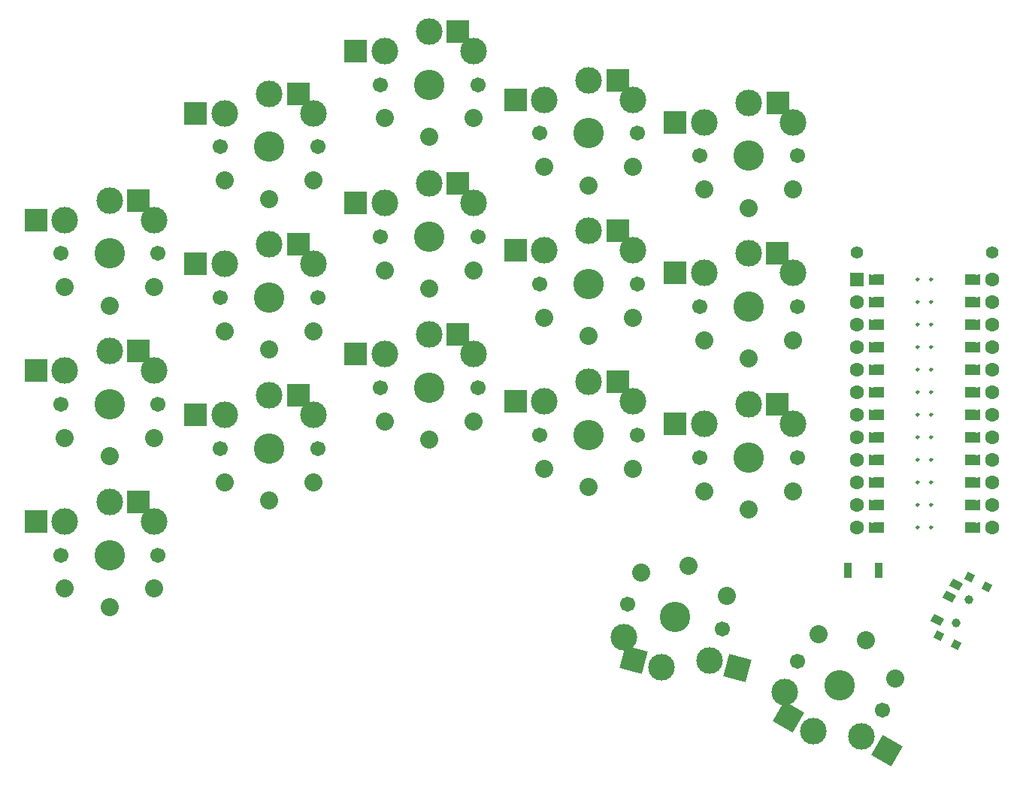
<source format=gbr>
%TF.GenerationSoftware,KiCad,Pcbnew,(6.0.7-1)-1*%
%TF.CreationDate,2022-09-01T14:34:03+02:00*%
%TF.ProjectId,sweep_no_curve,73776565-705f-46e6-9f5f-63757276652e,rev?*%
%TF.SameCoordinates,Original*%
%TF.FileFunction,Soldermask,Top*%
%TF.FilePolarity,Negative*%
%FSLAX46Y46*%
G04 Gerber Fmt 4.6, Leading zero omitted, Abs format (unit mm)*
G04 Created by KiCad (PCBNEW (6.0.7-1)-1) date 2022-09-01 14:34:03*
%MOMM*%
%LPD*%
G01*
G04 APERTURE LIST*
G04 Aperture macros list*
%AMRotRect*
0 Rectangle, with rotation*
0 The origin of the aperture is its center*
0 $1 length*
0 $2 width*
0 $3 Rotation angle, in degrees counterclockwise*
0 Add horizontal line*
21,1,$1,$2,0,0,$3*%
%AMFreePoly0*
4,1,6,0.600000,0.200000,0.000000,-0.400000,-0.600000,0.200000,-0.600000,0.400000,0.600000,0.400000,0.600000,0.200000,0.600000,0.200000,$1*%
%AMFreePoly1*
4,1,6,0.600000,-0.250000,-0.600000,-0.250000,-0.600000,1.000000,0.000000,0.400000,0.600000,1.000000,0.600000,-0.250000,0.600000,-0.250000,$1*%
G04 Aperture macros list end*
%ADD10C,0.250000*%
%ADD11C,0.100000*%
%ADD12C,3.000000*%
%ADD13C,3.429000*%
%ADD14C,1.701800*%
%ADD15RotRect,2.600000X2.600000X150.000000*%
%ADD16C,2.032000*%
%ADD17R,2.600000X2.600000*%
%ADD18RotRect,2.600000X2.600000X165.000000*%
%ADD19RotRect,0.900000X1.250000X242.000000*%
%ADD20RotRect,0.900000X0.900000X242.000000*%
%ADD21C,1.000000*%
%ADD22C,1.397000*%
%ADD23C,1.600000*%
%ADD24FreePoly0,270.000000*%
%ADD25FreePoly0,90.000000*%
%ADD26R,1.600000X1.600000*%
%ADD27FreePoly1,90.000000*%
%ADD28FreePoly1,270.000000*%
%ADD29R,0.900000X1.700000*%
G04 APERTURE END LIST*
D10*
%TO.C,U1*%
X118235000Y-69342000D02*
G75*
G03*
X118235000Y-69342000I-125000J0D01*
G01*
X119759000Y-56642000D02*
G75*
G03*
X119759000Y-56642000I-125000J0D01*
G01*
X118235000Y-56642000D02*
G75*
G03*
X118235000Y-56642000I-125000J0D01*
G01*
X119759000Y-76962000D02*
G75*
G03*
X119759000Y-76962000I-125000J0D01*
G01*
X118235000Y-54102000D02*
G75*
G03*
X118235000Y-54102000I-125000J0D01*
G01*
X118235000Y-76962000D02*
G75*
G03*
X118235000Y-76962000I-125000J0D01*
G01*
X119759000Y-69342000D02*
G75*
G03*
X119759000Y-69342000I-125000J0D01*
G01*
X119759000Y-51562000D02*
G75*
G03*
X119759000Y-51562000I-125000J0D01*
G01*
X118235000Y-64262000D02*
G75*
G03*
X118235000Y-64262000I-125000J0D01*
G01*
X119759000Y-74422000D02*
G75*
G03*
X119759000Y-74422000I-125000J0D01*
G01*
X119759000Y-61722000D02*
G75*
G03*
X119759000Y-61722000I-125000J0D01*
G01*
X118235000Y-66802000D02*
G75*
G03*
X118235000Y-66802000I-125000J0D01*
G01*
X118235000Y-71882000D02*
G75*
G03*
X118235000Y-71882000I-125000J0D01*
G01*
X118235000Y-61722000D02*
G75*
G03*
X118235000Y-61722000I-125000J0D01*
G01*
X119759000Y-66802000D02*
G75*
G03*
X119759000Y-66802000I-125000J0D01*
G01*
X118235000Y-49022000D02*
G75*
G03*
X118235000Y-49022000I-125000J0D01*
G01*
X119759000Y-49022000D02*
G75*
G03*
X119759000Y-49022000I-125000J0D01*
G01*
X119759000Y-64262000D02*
G75*
G03*
X119759000Y-64262000I-125000J0D01*
G01*
X118235000Y-51562000D02*
G75*
G03*
X118235000Y-51562000I-125000J0D01*
G01*
X119759000Y-54102000D02*
G75*
G03*
X119759000Y-54102000I-125000J0D01*
G01*
X119759000Y-71882000D02*
G75*
G03*
X119759000Y-71882000I-125000J0D01*
G01*
X119759000Y-59182000D02*
G75*
G03*
X119759000Y-59182000I-125000J0D01*
G01*
X118235000Y-59182000D02*
G75*
G03*
X118235000Y-59182000I-125000J0D01*
G01*
X118235000Y-74422000D02*
G75*
G03*
X118235000Y-74422000I-125000J0D01*
G01*
G36*
X113792000Y-69850000D02*
G01*
X112776000Y-69850000D01*
X112776000Y-68834000D01*
X113792000Y-68834000D01*
X113792000Y-69850000D01*
G37*
D11*
X113792000Y-69850000D02*
X112776000Y-69850000D01*
X112776000Y-68834000D01*
X113792000Y-68834000D01*
X113792000Y-69850000D01*
G36*
X113792000Y-57150000D02*
G01*
X112776000Y-57150000D01*
X112776000Y-56134000D01*
X113792000Y-56134000D01*
X113792000Y-57150000D01*
G37*
X113792000Y-57150000D02*
X112776000Y-57150000D01*
X112776000Y-56134000D01*
X113792000Y-56134000D01*
X113792000Y-57150000D01*
G36*
X113792000Y-52070000D02*
G01*
X112776000Y-52070000D01*
X112776000Y-51054000D01*
X113792000Y-51054000D01*
X113792000Y-52070000D01*
G37*
X113792000Y-52070000D02*
X112776000Y-52070000D01*
X112776000Y-51054000D01*
X113792000Y-51054000D01*
X113792000Y-52070000D01*
G36*
X113792000Y-49530000D02*
G01*
X112776000Y-49530000D01*
X112776000Y-48514000D01*
X113792000Y-48514000D01*
X113792000Y-49530000D01*
G37*
X113792000Y-49530000D02*
X112776000Y-49530000D01*
X112776000Y-48514000D01*
X113792000Y-48514000D01*
X113792000Y-49530000D01*
G36*
X113792000Y-72390000D02*
G01*
X112776000Y-72390000D01*
X112776000Y-71374000D01*
X113792000Y-71374000D01*
X113792000Y-72390000D01*
G37*
X113792000Y-72390000D02*
X112776000Y-72390000D01*
X112776000Y-71374000D01*
X113792000Y-71374000D01*
X113792000Y-72390000D01*
G36*
X124968000Y-72390000D02*
G01*
X123952000Y-72390000D01*
X123952000Y-71374000D01*
X124968000Y-71374000D01*
X124968000Y-72390000D01*
G37*
X124968000Y-72390000D02*
X123952000Y-72390000D01*
X123952000Y-71374000D01*
X124968000Y-71374000D01*
X124968000Y-72390000D01*
G36*
X124968000Y-74930000D02*
G01*
X123952000Y-74930000D01*
X123952000Y-73914000D01*
X124968000Y-73914000D01*
X124968000Y-74930000D01*
G37*
X124968000Y-74930000D02*
X123952000Y-74930000D01*
X123952000Y-73914000D01*
X124968000Y-73914000D01*
X124968000Y-74930000D01*
G36*
X124968000Y-64770000D02*
G01*
X123952000Y-64770000D01*
X123952000Y-63754000D01*
X124968000Y-63754000D01*
X124968000Y-64770000D01*
G37*
X124968000Y-64770000D02*
X123952000Y-64770000D01*
X123952000Y-63754000D01*
X124968000Y-63754000D01*
X124968000Y-64770000D01*
G36*
X113792000Y-74930000D02*
G01*
X112776000Y-74930000D01*
X112776000Y-73914000D01*
X113792000Y-73914000D01*
X113792000Y-74930000D01*
G37*
X113792000Y-74930000D02*
X112776000Y-74930000D01*
X112776000Y-73914000D01*
X113792000Y-73914000D01*
X113792000Y-74930000D01*
G36*
X124968000Y-52070000D02*
G01*
X123952000Y-52070000D01*
X123952000Y-51054000D01*
X124968000Y-51054000D01*
X124968000Y-52070000D01*
G37*
X124968000Y-52070000D02*
X123952000Y-52070000D01*
X123952000Y-51054000D01*
X124968000Y-51054000D01*
X124968000Y-52070000D01*
G36*
X113792000Y-77470000D02*
G01*
X112776000Y-77470000D01*
X112776000Y-76454000D01*
X113792000Y-76454000D01*
X113792000Y-77470000D01*
G37*
X113792000Y-77470000D02*
X112776000Y-77470000D01*
X112776000Y-76454000D01*
X113792000Y-76454000D01*
X113792000Y-77470000D01*
G36*
X124968000Y-69850000D02*
G01*
X123952000Y-69850000D01*
X123952000Y-68834000D01*
X124968000Y-68834000D01*
X124968000Y-69850000D01*
G37*
X124968000Y-69850000D02*
X123952000Y-69850000D01*
X123952000Y-68834000D01*
X124968000Y-68834000D01*
X124968000Y-69850000D01*
G36*
X113792000Y-67310000D02*
G01*
X112776000Y-67310000D01*
X112776000Y-66294000D01*
X113792000Y-66294000D01*
X113792000Y-67310000D01*
G37*
X113792000Y-67310000D02*
X112776000Y-67310000D01*
X112776000Y-66294000D01*
X113792000Y-66294000D01*
X113792000Y-67310000D01*
G36*
X113792000Y-59690000D02*
G01*
X112776000Y-59690000D01*
X112776000Y-58674000D01*
X113792000Y-58674000D01*
X113792000Y-59690000D01*
G37*
X113792000Y-59690000D02*
X112776000Y-59690000D01*
X112776000Y-58674000D01*
X113792000Y-58674000D01*
X113792000Y-59690000D01*
G36*
X113792000Y-54610000D02*
G01*
X112776000Y-54610000D01*
X112776000Y-53594000D01*
X113792000Y-53594000D01*
X113792000Y-54610000D01*
G37*
X113792000Y-54610000D02*
X112776000Y-54610000D01*
X112776000Y-53594000D01*
X113792000Y-53594000D01*
X113792000Y-54610000D01*
G36*
X124968000Y-77470000D02*
G01*
X123952000Y-77470000D01*
X123952000Y-76454000D01*
X124968000Y-76454000D01*
X124968000Y-77470000D01*
G37*
X124968000Y-77470000D02*
X123952000Y-77470000D01*
X123952000Y-76454000D01*
X124968000Y-76454000D01*
X124968000Y-77470000D01*
G36*
X124968000Y-59690000D02*
G01*
X123952000Y-59690000D01*
X123952000Y-58674000D01*
X124968000Y-58674000D01*
X124968000Y-59690000D01*
G37*
X124968000Y-59690000D02*
X123952000Y-59690000D01*
X123952000Y-58674000D01*
X124968000Y-58674000D01*
X124968000Y-59690000D01*
G36*
X124968000Y-54610000D02*
G01*
X123952000Y-54610000D01*
X123952000Y-53594000D01*
X124968000Y-53594000D01*
X124968000Y-54610000D01*
G37*
X124968000Y-54610000D02*
X123952000Y-54610000D01*
X123952000Y-53594000D01*
X124968000Y-53594000D01*
X124968000Y-54610000D01*
G36*
X124968000Y-67310000D02*
G01*
X123952000Y-67310000D01*
X123952000Y-66294000D01*
X124968000Y-66294000D01*
X124968000Y-67310000D01*
G37*
X124968000Y-67310000D02*
X123952000Y-67310000D01*
X123952000Y-66294000D01*
X124968000Y-66294000D01*
X124968000Y-67310000D01*
G36*
X113792000Y-62230000D02*
G01*
X112776000Y-62230000D01*
X112776000Y-61214000D01*
X113792000Y-61214000D01*
X113792000Y-62230000D01*
G37*
X113792000Y-62230000D02*
X112776000Y-62230000D01*
X112776000Y-61214000D01*
X113792000Y-61214000D01*
X113792000Y-62230000D01*
G36*
X113792000Y-64770000D02*
G01*
X112776000Y-64770000D01*
X112776000Y-63754000D01*
X113792000Y-63754000D01*
X113792000Y-64770000D01*
G37*
X113792000Y-64770000D02*
X112776000Y-64770000D01*
X112776000Y-63754000D01*
X113792000Y-63754000D01*
X113792000Y-64770000D01*
G36*
X124968000Y-57150000D02*
G01*
X123952000Y-57150000D01*
X123952000Y-56134000D01*
X124968000Y-56134000D01*
X124968000Y-57150000D01*
G37*
X124968000Y-57150000D02*
X123952000Y-57150000D01*
X123952000Y-56134000D01*
X124968000Y-56134000D01*
X124968000Y-57150000D01*
G36*
X124968000Y-49530000D02*
G01*
X123952000Y-49530000D01*
X123952000Y-48514000D01*
X124968000Y-48514000D01*
X124968000Y-49530000D01*
G37*
X124968000Y-49530000D02*
X123952000Y-49530000D01*
X123952000Y-48514000D01*
X124968000Y-48514000D01*
X124968000Y-49530000D01*
G36*
X124968000Y-62230000D02*
G01*
X123952000Y-62230000D01*
X123952000Y-61214000D01*
X124968000Y-61214000D01*
X124968000Y-62230000D01*
G37*
X124968000Y-62230000D02*
X123952000Y-62230000D01*
X123952000Y-61214000D01*
X124968000Y-61214000D01*
X124968000Y-62230000D01*
%TD*%
D12*
%TO.C,SW17*%
X103150873Y-95527595D03*
D13*
X109356000Y-94780000D03*
D14*
X114119140Y-97530000D03*
D12*
X106381000Y-99932851D03*
D14*
X104592860Y-92030000D03*
D12*
X111811127Y-100527595D03*
D15*
X103544767Y-98295351D03*
D16*
X112306000Y-89670450D03*
D15*
X114647360Y-102165095D03*
D16*
X106925873Y-88989103D03*
X115586127Y-93989103D03*
%TD*%
D12*
%TO.C,SW5*%
X104080000Y-31330000D03*
D13*
X99080000Y-35080000D03*
D14*
X93580000Y-35080000D03*
D12*
X99080000Y-29130000D03*
D14*
X104580000Y-35080000D03*
D12*
X94080000Y-31330000D03*
D17*
X102355000Y-29130000D03*
D16*
X99080000Y-40980000D03*
D17*
X90805000Y-31330000D03*
D16*
X104080000Y-38880000D03*
X94080000Y-38880000D03*
%TD*%
D12*
%TO.C,SW4*%
X86080000Y-28830000D03*
D13*
X81080000Y-32580000D03*
D14*
X75580000Y-32580000D03*
D12*
X81080000Y-26630000D03*
D14*
X86580000Y-32580000D03*
D12*
X76080000Y-28830000D03*
D17*
X84355000Y-26630000D03*
D16*
X81080000Y-38480000D03*
D17*
X72805000Y-28830000D03*
D16*
X86080000Y-36380000D03*
X76080000Y-36380000D03*
%TD*%
D12*
%TO.C,SW9*%
X86080000Y-45780000D03*
D13*
X81080000Y-49530000D03*
D14*
X75580000Y-49530000D03*
D12*
X81080000Y-43580000D03*
D14*
X86580000Y-49530000D03*
D12*
X76080000Y-45780000D03*
D17*
X84355000Y-43580000D03*
D16*
X81080000Y-55430000D03*
D17*
X72805000Y-45780000D03*
D16*
X86080000Y-53330000D03*
X76080000Y-53330000D03*
%TD*%
D12*
%TO.C,SW3*%
X68080000Y-23330000D03*
D13*
X63080000Y-27080000D03*
D14*
X57580000Y-27080000D03*
D12*
X63080000Y-21130000D03*
D14*
X68580000Y-27080000D03*
D12*
X58080000Y-23330000D03*
D17*
X66355000Y-21130000D03*
D16*
X63080000Y-32980000D03*
D17*
X54805000Y-23330000D03*
D16*
X68080000Y-30880000D03*
X58080000Y-30880000D03*
%TD*%
D12*
%TO.C,SW8*%
X68080000Y-40446000D03*
D13*
X63080000Y-44196000D03*
D14*
X57580000Y-44196000D03*
D12*
X63080000Y-38246000D03*
D14*
X68580000Y-44196000D03*
D12*
X58080000Y-40446000D03*
D17*
X66355000Y-38246000D03*
D16*
X63080000Y-50096000D03*
D17*
X54805000Y-40446000D03*
D16*
X68080000Y-47996000D03*
X58080000Y-47996000D03*
%TD*%
D12*
%TO.C,SW2*%
X50080000Y-30330000D03*
D13*
X45080000Y-34080000D03*
D14*
X39580000Y-34080000D03*
D12*
X45080000Y-28130000D03*
D14*
X50580000Y-34080000D03*
D12*
X40080000Y-30330000D03*
D17*
X48355000Y-28130000D03*
D16*
X45080000Y-39980000D03*
D17*
X36805000Y-30330000D03*
D16*
X50080000Y-37880000D03*
X40080000Y-37880000D03*
%TD*%
D12*
%TO.C,SW7*%
X50080000Y-47304000D03*
D13*
X45080000Y-51054000D03*
D14*
X39580000Y-51054000D03*
D12*
X45080000Y-45104000D03*
D14*
X50580000Y-51054000D03*
D12*
X40080000Y-47304000D03*
D17*
X48355000Y-45104000D03*
D16*
X45080000Y-56954000D03*
D17*
X36805000Y-47304000D03*
D16*
X50080000Y-54854000D03*
X40080000Y-54854000D03*
%TD*%
D12*
%TO.C,SW1*%
X32080000Y-42330000D03*
D13*
X27080000Y-46080000D03*
D14*
X21580000Y-46080000D03*
D12*
X27080000Y-40130000D03*
D14*
X32580000Y-46080000D03*
D12*
X22080000Y-42330000D03*
D17*
X30355000Y-40130000D03*
D16*
X27080000Y-51980000D03*
D17*
X18805000Y-42330000D03*
D16*
X32080000Y-49880000D03*
X22080000Y-49880000D03*
%TD*%
D12*
%TO.C,SW6*%
X32080000Y-59330000D03*
D13*
X27080000Y-63080000D03*
D14*
X21580000Y-63080000D03*
D12*
X27080000Y-57130000D03*
D14*
X32580000Y-63080000D03*
D12*
X22080000Y-59330000D03*
D17*
X30355000Y-57130000D03*
D16*
X27080000Y-68980000D03*
D17*
X18805000Y-59330000D03*
D16*
X32080000Y-66880000D03*
X22080000Y-66880000D03*
%TD*%
D12*
%TO.C,SW10*%
X104060000Y-48320000D03*
D13*
X99060000Y-52070000D03*
D14*
X93560000Y-52070000D03*
D12*
X99060000Y-46120000D03*
D14*
X104560000Y-52070000D03*
D12*
X94060000Y-48320000D03*
D17*
X102335000Y-46120000D03*
D16*
X99060000Y-57970000D03*
D17*
X90785000Y-48320000D03*
D16*
X104060000Y-55870000D03*
X94060000Y-55870000D03*
%TD*%
D12*
%TO.C,SW15*%
X104060000Y-65338000D03*
D13*
X99060000Y-69088000D03*
D14*
X93560000Y-69088000D03*
D12*
X99060000Y-63138000D03*
D14*
X104560000Y-69088000D03*
D12*
X94060000Y-65338000D03*
D17*
X102335000Y-63138000D03*
D16*
X99060000Y-74988000D03*
D17*
X90785000Y-65338000D03*
D16*
X104060000Y-72888000D03*
X94060000Y-72888000D03*
%TD*%
D12*
%TO.C,SW14*%
X86080000Y-62798000D03*
D13*
X81080000Y-66548000D03*
D14*
X75580000Y-66548000D03*
D12*
X81080000Y-60598000D03*
D14*
X86580000Y-66548000D03*
D12*
X76080000Y-62798000D03*
D17*
X84355000Y-60598000D03*
D16*
X81080000Y-72448000D03*
D17*
X72805000Y-62798000D03*
D16*
X86080000Y-70348000D03*
X76080000Y-70348000D03*
%TD*%
D12*
%TO.C,SW13*%
X68080000Y-57464000D03*
D13*
X63080000Y-61214000D03*
D14*
X57580000Y-61214000D03*
D12*
X63080000Y-55264000D03*
D14*
X68580000Y-61214000D03*
D12*
X58080000Y-57464000D03*
D17*
X66355000Y-55264000D03*
D16*
X63080000Y-67114000D03*
D17*
X54805000Y-57464000D03*
D16*
X68080000Y-65014000D03*
X58080000Y-65014000D03*
%TD*%
D12*
%TO.C,SW12*%
X50080000Y-64322000D03*
D13*
X45080000Y-68072000D03*
D14*
X39580000Y-68072000D03*
D12*
X45080000Y-62122000D03*
D14*
X50580000Y-68072000D03*
D12*
X40080000Y-64322000D03*
D17*
X48355000Y-62122000D03*
D16*
X45080000Y-73972000D03*
D17*
X36805000Y-64322000D03*
D16*
X50080000Y-71872000D03*
X40080000Y-71872000D03*
%TD*%
D12*
%TO.C,SW16*%
X84995799Y-89358127D03*
D13*
X90796000Y-87030000D03*
D14*
X96108592Y-88453505D03*
D12*
X89256027Y-92777259D03*
D14*
X85483408Y-85606495D03*
D12*
X94655058Y-91946317D03*
D18*
X86092620Y-91929626D03*
D16*
X92323032Y-81331038D03*
D18*
X97818465Y-92793949D03*
D16*
X86949883Y-82065387D03*
X96609142Y-84653577D03*
%TD*%
D12*
%TO.C,SW11*%
X32080000Y-76330000D03*
D13*
X27080000Y-80080000D03*
D14*
X21580000Y-80080000D03*
D12*
X27080000Y-74130000D03*
D14*
X32580000Y-80080000D03*
D12*
X22080000Y-76330000D03*
D17*
X30355000Y-74130000D03*
D16*
X27080000Y-85980000D03*
D17*
X18805000Y-76330000D03*
D16*
X32080000Y-83880000D03*
X22080000Y-83880000D03*
%TD*%
D19*
%TO.C,POWER SW*%
X122424050Y-83439214D03*
X121719843Y-84763636D03*
X120311428Y-87412479D03*
D20*
X125908142Y-83649513D03*
X120491568Y-89150487D03*
X123965657Y-82616675D03*
X122434053Y-90183325D03*
D21*
X122495648Y-87724421D03*
X123904062Y-85075579D03*
%TD*%
D22*
%TO.C,B+*%
X126492000Y-45974000D03*
%TD*%
%TO.C,B-*%
X111252000Y-45974000D03*
%TD*%
D23*
%TO.C,U1*%
X111252000Y-74422000D03*
D24*
X124714000Y-69342000D03*
X124714000Y-54102000D03*
D23*
X126492000Y-64262000D03*
X111252000Y-51562000D03*
D25*
X113030000Y-51562000D03*
X113030000Y-59182000D03*
D23*
X126492000Y-49022000D03*
D25*
X113030000Y-74422000D03*
D23*
X111252000Y-54102000D03*
X126492000Y-51562000D03*
D24*
X124714000Y-64262000D03*
D23*
X126492000Y-69342000D03*
D26*
X111252000Y-49022000D03*
D25*
X113030000Y-56642000D03*
D23*
X111252000Y-59182000D03*
D25*
X113030000Y-49022000D03*
D23*
X126492000Y-66802000D03*
X126492000Y-56642000D03*
X126492000Y-74422000D03*
X111252000Y-61722000D03*
D24*
X124714000Y-74422000D03*
D25*
X113030000Y-54102000D03*
D24*
X124714000Y-59182000D03*
X124714000Y-61722000D03*
X124714000Y-71882000D03*
D25*
X113030000Y-76962000D03*
X113030000Y-71882000D03*
D23*
X111252000Y-69342000D03*
X126492000Y-76962000D03*
D25*
X113030000Y-69342000D03*
D23*
X111252000Y-66802000D03*
D24*
X124714000Y-51562000D03*
D25*
X113030000Y-64262000D03*
D23*
X111252000Y-56642000D03*
X126492000Y-61722000D03*
X126492000Y-54102000D03*
D24*
X124714000Y-49022000D03*
D23*
X126492000Y-71882000D03*
X126492000Y-59182000D03*
D25*
X113030000Y-61722000D03*
D23*
X111252000Y-64262000D03*
X111252000Y-76962000D03*
D25*
X113030000Y-66802000D03*
D24*
X124714000Y-76962000D03*
X124714000Y-66802000D03*
D23*
X111252000Y-71882000D03*
D24*
X124714000Y-56642000D03*
D23*
X111252000Y-49022000D03*
D27*
X114046000Y-49022000D03*
X114046000Y-51562000D03*
X114046000Y-54102000D03*
X114046000Y-56642000D03*
X114046000Y-59182000D03*
X114046000Y-61722000D03*
X114046000Y-64262000D03*
X114046000Y-66802000D03*
X114046000Y-69342000D03*
X114046000Y-71882000D03*
X114046000Y-74422000D03*
X114046000Y-76962000D03*
D28*
X123698000Y-76962000D03*
X123698000Y-74422000D03*
X123698000Y-71882000D03*
X123698000Y-69342000D03*
X123698000Y-66802000D03*
X123698000Y-64262000D03*
X123698000Y-61722000D03*
X123698000Y-59182000D03*
X123698000Y-56642000D03*
X123698000Y-54102000D03*
X123698000Y-51562000D03*
X123698000Y-49022000D03*
%TD*%
D29*
%TO.C,RSW2*%
X110300000Y-81800000D03*
X113700000Y-81800000D03*
%TD*%
M02*

</source>
